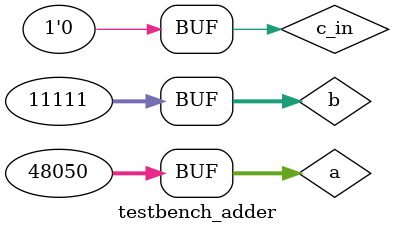
<source format=v>
module testbench_adder();
	// vars
	reg [31:0] a; 
	reg c_in; 
	reg [31:0] b;
	
	// outputs
	wire [31:0] sum;
	wire c_out; 

	adder adder_32_bit(a, b, c_in, sum);

	initial begin
	a = 32'd347;
	b = 32'd103;
	c_in = 0;
	#25;

	a = 32'd347;
	b = 32'd103;
	c_in = 1;
	#25;

	a = 32'd48050;
	b = 32'd11111;
	c_in = 0;
	#25;
	end
	
	initial
	begin
	$monitor("time = %2d, a =%1b, b=%1b, c_in=%1b, sum=%1b, c_out=%1b", $time, a, b, c_in, sum, c_out);
	end

endmodule

</source>
